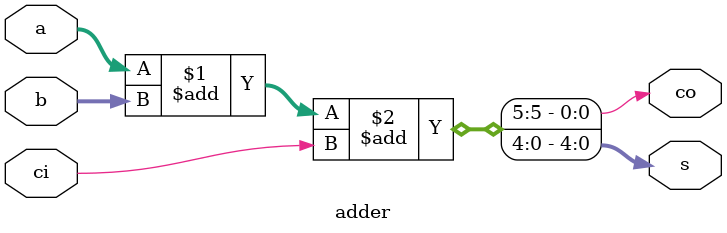
<source format=v>
module adder (a, b, ci, co, s);
  input [4:0] a, b;
  input ci;
  output co;
  output [4:0] s;
  
  assign {co, s} = a + b + ci;
  
endmodule

</source>
